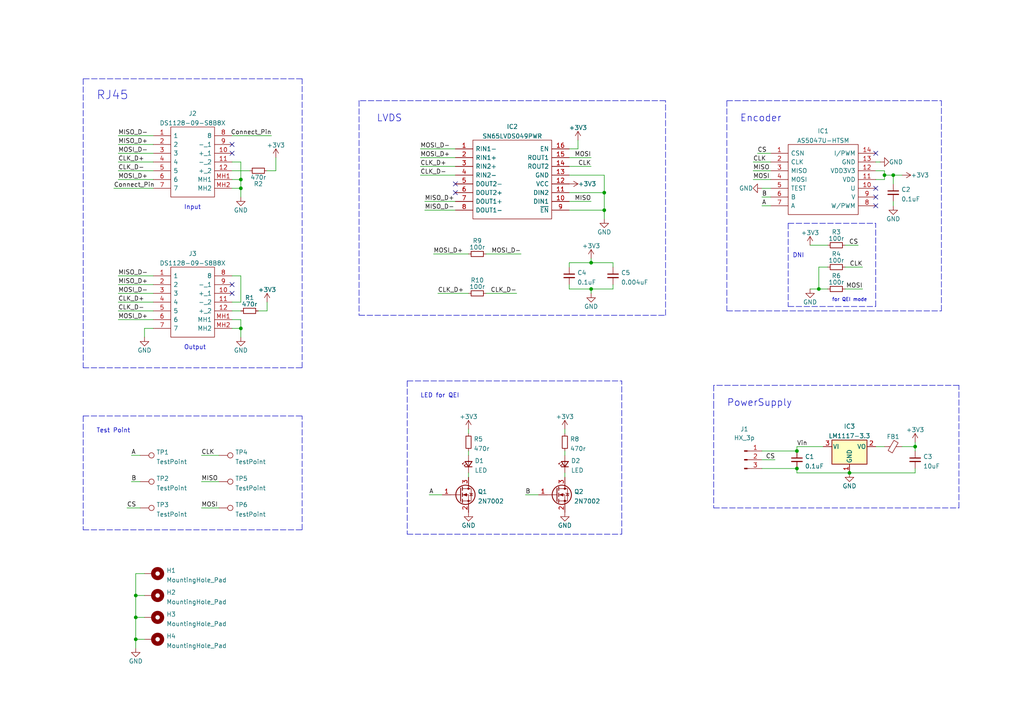
<source format=kicad_sch>
(kicad_sch (version 20211123) (generator eeschema)
  (paper "A4")
  (lib_symbols
    (symbol "2N7002_1" (pin_names hide)
      (property "Reference" "Q" (at 5.08 1.905 0))
      (property "Value" "2N7002_1" (at 5.08 0 0))
      (symbol "2N7002_1_0_1"
        (polyline (pts (xy 0.254 0) (xy -2.54 0)))
        (polyline (pts (xy 0.254 1.905) (xy 0.254 -1.905)) (stroke (width 0.254)))
        (polyline (pts (xy 0.762 -1.27) (xy 0.762 -2.286)) (stroke (width 0.254)))
        (polyline (pts (xy 0.762 0.508) (xy 0.762 -0.508)) (stroke (width 0.254)))
        (polyline (pts (xy 0.762 2.286) (xy 0.762 1.27)) (stroke (width 0.254)))
        (polyline (pts (xy 2.54 2.54) (xy 2.54 1.778)))
        (polyline (pts (xy 2.54 -2.54) (xy 2.54 0) (xy 0.762 0)))
        (polyline (pts (xy 0.762 -1.778) (xy 3.302 -1.778) (xy 3.302 1.778) (xy 0.762 1.778)))
        (polyline (pts (xy 1.016 0) (xy 2.032 0.381) (xy 2.032 -0.381) (xy 1.016 0)) (fill (type outline)))
        (polyline (pts (xy 2.794 0.508) (xy 2.921 0.381) (xy 3.683 0.381) (xy 3.81 0.254)))
        (polyline (pts (xy 3.302 0.381) (xy 2.921 -0.254) (xy 3.683 -0.254) (xy 3.302 0.381)))
        (circle (center 1.651 0) (radius 2.794) (stroke (width 0.254)))
        (circle (center 2.54 -1.778) (radius 0.254) (fill (type outline)))
        (circle (center 2.54 1.778) (radius 0.254) (fill (type outline)))
      )
      (symbol "2N7002_1_1_1"
        (pin input line (at -5.08 0 0) (length 2.54) (name "G") (number "1"))
        (pin passive line (at 2.54 -5.08 90) (length 2.54) (name "S") (number "2"))
        (pin passive line (at 2.54 5.08 270) (length 2.54) (name "D") (number "3"))
      )
    )
    (symbol "AS5047U-HTSM:AS5047U-HTSM" (pin_names (offset 0.762))
      (property "Reference" "IC" (at 26.67 7.62 0))
      (property "Value" "AS5047U-HTSM" (at 26.67 5.08 0))
      (symbol "AS5047U-HTSM_0_0"
        (pin passive line (at 0 0 0) (length 5.08) (name "CSN") (number "1"))
        (pin passive line (at 30.48 -10.16 180) (length 5.08) (name "U") (number "10"))
        (pin passive line (at 30.48 -7.62 180) (length 5.08) (name "VDD") (number "11"))
        (pin passive line (at 30.48 -5.08 180) (length 5.08) (name "VDD3V3") (number "12"))
        (pin passive line (at 30.48 -2.54 180) (length 5.08) (name "GND") (number "13"))
        (pin passive line (at 30.48 0 180) (length 5.08) (name "I/PWM") (number "14"))
        (pin passive line (at 0 -2.54 0) (length 5.08) (name "CLK") (number "2"))
        (pin passive line (at 0 -5.08 0) (length 5.08) (name "MISO") (number "3"))
        (pin passive line (at 0 -7.62 0) (length 5.08) (name "MOSI") (number "4"))
        (pin passive line (at 0 -10.16 0) (length 5.08) (name "TEST") (number "5"))
        (pin passive line (at 0 -12.7 0) (length 5.08) (name "B") (number "6"))
        (pin passive line (at 0 -15.24 0) (length 5.08) (name "A") (number "7"))
        (pin passive line (at 30.48 -15.24 180) (length 5.08) (name "W/PWM") (number "8"))
        (pin passive line (at 30.48 -12.7 180) (length 5.08) (name "V") (number "9"))
      )
      (symbol "AS5047U-HTSM_0_1"
        (polyline (pts (xy 5.08 2.54) (xy 25.4 2.54) (xy 25.4 -17.78) (xy 5.08 -17.78) (xy 5.08 2.54)) (stroke (width 0.1524)))
      )
    )
    (symbol "Connector:Conn_01x03_Male" (pin_names (offset 1.016) hide)
      (property "Reference" "J" (at 0 5.08 0))
      (property "Value" "Conn_01x03_Male" (at 0 -5.08 0))
      (symbol "Conn_01x03_Male_1_1"
        (polyline (pts (xy 1.27 -2.54) (xy 0.8636 -2.54)) (stroke (width 0.1524)))
        (polyline (pts (xy 1.27 0) (xy 0.8636 0)) (stroke (width 0.1524)))
        (polyline (pts (xy 1.27 2.54) (xy 0.8636 2.54)) (stroke (width 0.1524)))
        (rectangle (start 0.8636 -2.413) (end 0 -2.667) (stroke (width 0.1524)) (fill (type outline)))
        (rectangle (start 0.8636 0.127) (end 0 -0.127) (stroke (width 0.1524)) (fill (type outline)))
        (rectangle (start 0.8636 2.667) (end 0 2.413) (stroke (width 0.1524)) (fill (type outline)))
        (pin passive line (at 5.08 2.54 180) (length 3.81) (name "Pin_1") (number "1"))
        (pin passive line (at 5.08 0 180) (length 3.81) (name "Pin_2") (number "2"))
        (pin passive line (at 5.08 -2.54 180) (length 3.81) (name "Pin_3") (number "3"))
      )
    )
    (symbol "Connector:TestPoint" (pin_numbers hide) (pin_names (offset 0.762) hide)
      (property "Reference" "TP" (at 0 6.858 0))
      (property "Value" "TestPoint" (at 0 5.08 0))
      (symbol "TestPoint_0_1"
        (circle (center 0 3.302) (radius 0.762))
      )
      (symbol "TestPoint_1_1"
        (pin passive line (at 0 0 90) (length 2.54) (name "1") (number "1"))
      )
    )
    (symbol "DS1128-09-S8B8X:DS1128-09-S8B8X" (pin_names (offset 0.762))
      (property "Reference" "J" (at 19.05 7.62 0))
      (property "Value" "DS1128-09-S8B8X" (at 19.05 5.08 0))
      (symbol "DS1128-09-S8B8X_0_0"
        (pin passive line (at 0 0 0) (length 5.08) (name "1") (number "1"))
        (pin passive line (at 22.86 -5.08 180) (length 5.08) (name "+_1") (number "10"))
        (pin passive line (at 22.86 -7.62 180) (length 5.08) (name "-_2") (number "11"))
        (pin passive line (at 22.86 -10.16 180) (length 5.08) (name "+_2") (number "12"))
        (pin passive line (at 0 -2.54 0) (length 5.08) (name "2") (number "2"))
        (pin passive line (at 0 -5.08 0) (length 5.08) (name "3") (number "3"))
        (pin passive line (at 0 -7.62 0) (length 5.08) (name "4") (number "4"))
        (pin passive line (at 0 -10.16 0) (length 5.08) (name "5") (number "5"))
        (pin passive line (at 0 -12.7 0) (length 5.08) (name "6") (number "6"))
        (pin passive line (at 0 -15.24 0) (length 5.08) (name "7") (number "7"))
        (pin passive line (at 22.86 0 180) (length 5.08) (name "8") (number "8"))
        (pin passive line (at 22.86 -2.54 180) (length 5.08) (name "-_1") (number "9"))
        (pin passive line (at 22.86 -12.7 180) (length 5.08) (name "MH1") (number "MH1"))
        (pin passive line (at 22.86 -15.24 180) (length 5.08) (name "MH2") (number "MH2"))
      )
      (symbol "DS1128-09-S8B8X_0_1"
        (polyline (pts (xy 5.08 2.54) (xy 17.78 2.54) (xy 17.78 -17.78) (xy 5.08 -17.78) (xy 5.08 2.54)) (stroke (width 0.1524)))
      )
    )
    (symbol "Device:C_Small" (pin_numbers hide) (pin_names (offset 0.254) hide)
      (property "Reference" "C" (at 0.254 1.778 0))
      (property "Value" "C_Small" (at 0.254 -2.032 0))
      (symbol "C_Small_0_1"
        (polyline (pts (xy -1.524 -0.508) (xy 1.524 -0.508)) (stroke (width 0.3302)))
        (polyline (pts (xy -1.524 0.508) (xy 1.524 0.508)) (stroke (width 0.3048)))
      )
      (symbol "C_Small_1_1"
        (pin passive line (at 0 2.54 270) (length 2.032) (name "~") (number "1"))
        (pin passive line (at 0 -2.54 90) (length 2.032) (name "~") (number "2"))
      )
    )
    (symbol "Device:FerriteBead_Small" (pin_numbers hide) (pin_names (offset 0))
      (property "Reference" "FB" (at 1.905 1.27 0))
      (property "Value" "FerriteBead_Small" (at 1.905 -1.27 0))
      (symbol "FerriteBead_Small_0_1"
        (polyline (pts (xy 0 -1.27) (xy 0 -0.7874)))
        (polyline (pts (xy 0 0.889) (xy 0 1.2954)))
        (polyline (pts (xy -1.8288 0.2794) (xy -1.1176 1.4986) (xy 1.8288 -0.2032) (xy 1.1176 -1.4224) (xy -1.8288 0.2794)))
      )
      (symbol "FerriteBead_Small_1_1"
        (pin passive line (at 0 2.54 270) (length 1.27) (name "~") (number "1"))
        (pin passive line (at 0 -2.54 90) (length 1.27) (name "~") (number "2"))
      )
    )
    (symbol "Device:LED_Small" (pin_numbers hide) (pin_names (offset 0.254) hide)
      (property "Reference" "D" (at -1.27 3.175 0))
      (property "Value" "LED_Small" (at -4.445 -2.54 0))
      (symbol "LED_Small_0_1"
        (polyline (pts (xy -0.762 -1.016) (xy -0.762 1.016)) (stroke (width 0.254)))
        (polyline (pts (xy 1.016 0) (xy -0.762 0)))
        (polyline (pts (xy 0.762 -1.016) (xy -0.762 0) (xy 0.762 1.016) (xy 0.762 -1.016)) (stroke (width 0.254)))
        (polyline (pts (xy 0 0.762) (xy -0.508 1.27) (xy -0.254 1.27) (xy -0.508 1.27) (xy -0.508 1.016)))
        (polyline (pts (xy 0.508 1.27) (xy 0 1.778) (xy 0.254 1.778) (xy 0 1.778) (xy 0 1.524)))
      )
      (symbol "LED_Small_1_1"
        (pin passive line (at -2.54 0 0) (length 1.778) (name "K") (number "1"))
        (pin passive line (at 2.54 0 180) (length 1.778) (name "A") (number "2"))
      )
    )
    (symbol "Device:R_Small" (pin_numbers hide) (pin_names (offset 0.254) hide)
      (property "Reference" "R" (at 0.762 0.508 0))
      (property "Value" "R_Small" (at 0.762 -1.016 0))
      (symbol "R_Small_0_1"
        (rectangle (start -0.762 1.778) (end 0.762 -1.778) (stroke (width 0.2032)))
      )
      (symbol "R_Small_1_1"
        (pin passive line (at 0 2.54 270) (length 0.762) (name "~") (number "1"))
        (pin passive line (at 0 -2.54 90) (length 0.762) (name "~") (number "2"))
      )
    )
    (symbol "Mechanical:MountingHole_Pad" (pin_numbers hide) (pin_names (offset 1.016) hide)
      (property "Reference" "H" (at 0 6.35 0))
      (property "Value" "MountingHole_Pad" (at 0 4.445 0))
      (symbol "MountingHole_Pad_0_1"
        (circle (center 0 1.27) (radius 1.27) (stroke (width 1.27)))
      )
      (symbol "MountingHole_Pad_1_1"
        (pin input line (at 0 -2.54 90) (length 2.54) (name "1") (number "1"))
      )
    )
    (symbol "Regulator_Linear:LM1117-3.3" (pin_names (offset 0.254))
      (property "Reference" "U" (at -3.81 3.175 0))
      (property "Value" "LM1117-3.3" (at 0 3.175 0))
      (symbol "LM1117-3.3_0_1"
        (rectangle (start -5.08 -5.08) (end 5.08 1.905) (stroke (width 0.254)) (fill (type background)))
      )
      (symbol "LM1117-3.3_1_1"
        (pin power_in line (at 0 -7.62 90) (length 2.54) (name "GND") (number "1"))
        (pin power_out line (at 7.62 0 180) (length 2.54) (name "VO") (number "2"))
        (pin power_in line (at -7.62 0 0) (length 2.54) (name "VI") (number "3"))
      )
    )
    (symbol "SN65LVDS049PWR:SN65LVDS049PWR" (pin_names (offset 0.762))
      (property "Reference" "IC" (at 29.21 7.62 0))
      (property "Value" "SN65LVDS049PWR" (at 29.21 5.08 0))
      (symbol "SN65LVDS049PWR_0_0"
        (pin input line (at 0 0 0) (length 5.08) (name "RIN1-") (number "1"))
        (pin input line (at 33.02 -15.24 180) (length 5.08) (name "DIN1") (number "10"))
        (pin input line (at 33.02 -12.7 180) (length 5.08) (name "DIN2") (number "11"))
        (pin power_in line (at 33.02 -10.16 180) (length 5.08) (name "VCC") (number "12"))
        (pin power_in line (at 33.02 -7.62 180) (length 5.08) (name "GND") (number "13"))
        (pin output line (at 33.02 -5.08 180) (length 5.08) (name "ROUT2") (number "14"))
        (pin output line (at 33.02 -2.54 180) (length 5.08) (name "ROUT1") (number "15"))
        (pin input line (at 33.02 0 180) (length 5.08) (name "EN") (number "16"))
        (pin input line (at 0 -2.54 0) (length 5.08) (name "RIN1+") (number "2"))
        (pin input line (at 0 -5.08 0) (length 5.08) (name "RIN2+") (number "3"))
        (pin input line (at 0 -7.62 0) (length 5.08) (name "RIN2-") (number "4"))
        (pin output line (at 0 -10.16 0) (length 5.08) (name "DOUT2-") (number "5"))
        (pin output line (at 0 -12.7 0) (length 5.08) (name "DOUT2+") (number "6"))
        (pin output line (at 0 -15.24 0) (length 5.08) (name "DOUT1+") (number "7"))
        (pin output line (at 0 -17.78 0) (length 5.08) (name "DOUT1-") (number "8"))
        (pin input line (at 33.02 -17.78 180) (length 5.08) (name "~{EN}") (number "9"))
      )
      (symbol "SN65LVDS049PWR_0_1"
        (polyline (pts (xy 5.08 2.54) (xy 27.94 2.54) (xy 27.94 -20.32) (xy 5.08 -20.32) (xy 5.08 2.54)) (stroke (width 0.1524)))
      )
    )
    (symbol "Transistor_FET:2N7002" (pin_names hide)
      (property "Reference" "Q" (at 5.08 1.905 0))
      (property "Value" "2N7002" (at 5.08 0 0))
      (symbol "2N7002_0_1"
        (polyline (pts (xy 0.254 0) (xy -2.54 0)))
        (polyline (pts (xy 0.254 1.905) (xy 0.254 -1.905)) (stroke (width 0.254)))
        (polyline (pts (xy 0.762 -1.27) (xy 0.762 -2.286)) (stroke (width 0.254)))
        (polyline (pts (xy 0.762 0.508) (xy 0.762 -0.508)) (stroke (width 0.254)))
        (polyline (pts (xy 0.762 2.286) (xy 0.762 1.27)) (stroke (width 0.254)))
        (polyline (pts (xy 2.54 2.54) (xy 2.54 1.778)))
        (polyline (pts (xy 2.54 -2.54) (xy 2.54 0) (xy 0.762 0)))
        (polyline (pts (xy 0.762 -1.778) (xy 3.302 -1.778) (xy 3.302 1.778) (xy 0.762 1.778)))
        (polyline (pts (xy 1.016 0) (xy 2.032 0.381) (xy 2.032 -0.381) (xy 1.016 0)) (fill (type outline)))
        (polyline (pts (xy 2.794 0.508) (xy 2.921 0.381) (xy 3.683 0.381) (xy 3.81 0.254)))
        (polyline (pts (xy 3.302 0.381) (xy 2.921 -0.254) (xy 3.683 -0.254) (xy 3.302 0.381)))
        (circle (center 1.651 0) (radius 2.794) (stroke (width 0.254)))
        (circle (center 2.54 -1.778) (radius 0.254) (fill (type outline)))
        (circle (center 2.54 1.778) (radius 0.254) (fill (type outline)))
      )
      (symbol "2N7002_1_1"
        (pin input line (at -5.08 0 0) (length 2.54) (name "G") (number "1"))
        (pin passive line (at 2.54 -5.08 90) (length 2.54) (name "S") (number "2"))
        (pin passive line (at 2.54 5.08 270) (length 2.54) (name "D") (number "3"))
      )
    )
    (symbol "power:+3.3V" (power) (pin_names (offset 0))
      (property "Value" "+3.3V" (at 0 3.556 0))
      (symbol "+3.3V_0_1"
        (polyline (pts (xy -0.762 1.27) (xy 0 2.54)))
        (polyline (pts (xy 0 0) (xy 0 2.54)))
        (polyline (pts (xy 0 2.54) (xy 0.762 1.27)))
      )
      (symbol "+3.3V_1_1"
        (pin power_in line (at 0 0 90) (length 0) hide (name "+3V3") (number "1"))
      )
    )
    (symbol "power:GND" (power) (pin_names (offset 0))
      (property "Value" "GND" (at 0 -3.81 0))
      (symbol "GND_0_1"
        (polyline (pts (xy 0 0) (xy 0 -1.27) (xy 1.27 -1.27) (xy 0 -2.54) (xy -1.27 -1.27) (xy 0 -1.27)))
      )
      (symbol "GND_1_1"
        (pin power_in line (at 0 0 270) (length 0) hide (name "GND") (number "1"))
      )
    )
  )
  (junction (at 231.14 135.89))
  (junction (at 265.43 129.54))
  (junction (at 39.37 185.42))
  (junction (at 69.85 54.61))
  (junction (at 237.49 83.82))
  (junction (at 259.08 50.8))
  (junction (at 256.54 50.8))
  (junction (at 171.45 83.82))
  (junction (at 39.37 172.72))
  (junction (at 171.45 76.2))
  (junction (at 69.85 52.07))
  (junction (at 175.26 60.96))
  (junction (at 246.38 137.16))
  (junction (at 69.85 95.25))
  (junction (at 231.14 130.81))
  (junction (at 39.37 179.07))
  (junction (at 175.26 55.88))
  (no_connect (at 67.31 44.45))
  (no_connect (at 67.31 41.91))
  (no_connect (at 132.08 53.34))
  (no_connect (at 132.08 55.88))
  (no_connect (at 254 44.45))
  (no_connect (at 254 59.69))
  (no_connect (at 254 57.15))
  (no_connect (at 254 54.61))
  (no_connect (at 67.31 82.55))
  (no_connect (at 67.31 85.09))
  (wire (pts (xy 33.02 54.61) (xy 44.45 54.61)))
  (wire (pts (xy 165.1 45.72) (xy 171.45 45.72)))
  (wire (pts (xy 220.98 54.61) (xy 223.52 54.61)))
  (polyline (pts (xy 180.34 154.94) (xy 180.34 110.49)))
  (polyline (pts (xy 24.13 120.65) (xy 87.63 120.65)))
  (polyline (pts (xy 228.6 64.77) (xy 228.6 88.9)))
  (polyline (pts (xy 207.01 147.32) (xy 278.13 147.32)))
  (wire (pts (xy 265.43 129.54) (xy 265.43 130.81)))
  (wire (pts (xy 220.98 57.15) (xy 223.52 57.15)))
  (wire (pts (xy 248.92 71.12) (xy 245.11 71.12)))
  (wire (pts (xy 80.01 45.72) (xy 80.01 49.53)))
  (wire (pts (xy 67.31 80.01) (xy 69.85 80.01)))
  (wire (pts (xy 259.08 59.69) (xy 259.08 58.42)))
  (polyline (pts (xy 193.04 29.21) (xy 104.14 29.21)))
  (wire (pts (xy 220.98 59.69) (xy 223.52 59.69)))
  (polyline (pts (xy 273.05 90.17) (xy 273.05 29.21)))
  (polyline (pts (xy 87.63 22.86) (xy 24.13 22.86)))
  (wire (pts (xy 163.83 137.16) (xy 163.83 138.43)))
  (wire (pts (xy 38.1 139.7) (xy 40.64 139.7)))
  (polyline (pts (xy 193.04 91.44) (xy 193.04 29.21)))
  (wire (pts (xy 255.27 46.99) (xy 254 46.99)))
  (wire (pts (xy 135.89 130.81) (xy 135.89 132.08)))
  (wire (pts (xy 34.29 39.37) (xy 44.45 39.37)))
  (wire (pts (xy 121.92 50.8) (xy 132.08 50.8)))
  (wire (pts (xy 67.31 49.53) (xy 72.39 49.53)))
  (polyline (pts (xy 207.01 116.84) (xy 207.01 147.32)))
  (polyline (pts (xy 278.13 147.32) (xy 278.13 111.76)))
  (wire (pts (xy 165.1 48.26) (xy 171.45 48.26)))
  (wire (pts (xy 44.45 95.25) (xy 41.91 95.25)))
  (wire (pts (xy 34.29 92.71) (xy 44.45 92.71)))
  (wire (pts (xy 237.49 77.47) (xy 237.49 83.82)))
  (wire (pts (xy 74.93 90.17) (xy 77.47 90.17)))
  (wire (pts (xy 121.92 48.26) (xy 132.08 48.26)))
  (wire (pts (xy 237.49 83.82) (xy 234.95 83.82)))
  (wire (pts (xy 265.43 128.27) (xy 265.43 129.54)))
  (wire (pts (xy 163.83 130.81) (xy 163.83 132.08)))
  (wire (pts (xy 123.19 58.42) (xy 132.08 58.42)))
  (wire (pts (xy 261.62 129.54) (xy 265.43 129.54)))
  (wire (pts (xy 34.29 82.55) (xy 44.45 82.55)))
  (wire (pts (xy 256.54 50.8) (xy 259.08 50.8)))
  (wire (pts (xy 39.37 172.72) (xy 41.91 172.72)))
  (wire (pts (xy 34.29 44.45) (xy 44.45 44.45)))
  (polyline (pts (xy 118.11 110.49) (xy 180.34 110.49)))
  (polyline (pts (xy 210.82 90.17) (xy 273.05 90.17)))
  (wire (pts (xy 39.37 185.42) (xy 39.37 187.96)))
  (wire (pts (xy 218.44 52.07) (xy 223.52 52.07)))
  (wire (pts (xy 38.1 132.08) (xy 40.64 132.08)))
  (wire (pts (xy 67.31 39.37) (xy 78.74 39.37)))
  (wire (pts (xy 77.47 49.53) (xy 80.01 49.53)))
  (wire (pts (xy 175.26 60.96) (xy 175.26 55.88)))
  (wire (pts (xy 135.89 124.46) (xy 135.89 125.73)))
  (polyline (pts (xy 228.6 64.77) (xy 254 64.77)))
  (wire (pts (xy 171.45 74.93) (xy 171.45 76.2)))
  (wire (pts (xy 165.1 82.55) (xy 165.1 83.82)))
  (wire (pts (xy 34.29 52.07) (xy 44.45 52.07)))
  (wire (pts (xy 67.31 90.17) (xy 69.85 90.17)))
  (wire (pts (xy 256.54 50.8) (xy 256.54 52.07)))
  (wire (pts (xy 165.1 58.42) (xy 171.45 58.42)))
  (wire (pts (xy 240.03 77.47) (xy 237.49 77.47)))
  (wire (pts (xy 245.11 77.47) (xy 250.19 77.47)))
  (wire (pts (xy 254 129.54) (xy 256.54 129.54)))
  (wire (pts (xy 218.44 46.99) (xy 223.52 46.99)))
  (wire (pts (xy 238.76 129.54) (xy 231.14 129.54)))
  (wire (pts (xy 67.31 54.61) (xy 69.85 54.61)))
  (wire (pts (xy 34.29 87.63) (xy 44.45 87.63)))
  (wire (pts (xy 165.1 83.82) (xy 171.45 83.82)))
  (wire (pts (xy 34.29 80.01) (xy 44.45 80.01)))
  (wire (pts (xy 34.29 85.09) (xy 44.45 85.09)))
  (wire (pts (xy 165.1 76.2) (xy 171.45 76.2)))
  (wire (pts (xy 177.8 83.82) (xy 177.8 82.55)))
  (polyline (pts (xy 278.13 111.76) (xy 207.01 111.76)))
  (polyline (pts (xy 87.63 153.67) (xy 87.63 120.65)))
  (wire (pts (xy 135.89 137.16) (xy 135.89 138.43)))
  (polyline (pts (xy 24.13 106.68) (xy 87.63 106.68)))
  (polyline (pts (xy 210.82 29.21) (xy 273.05 29.21)))
  (wire (pts (xy 167.64 43.18) (xy 165.1 43.18)))
  (wire (pts (xy 34.29 90.17) (xy 44.45 90.17)))
  (wire (pts (xy 175.26 50.8) (xy 175.26 55.88)))
  (wire (pts (xy 265.43 135.89) (xy 265.43 137.16)))
  (polyline (pts (xy 24.13 153.67) (xy 87.63 153.67)))
  (wire (pts (xy 121.92 45.72) (xy 132.08 45.72)))
  (wire (pts (xy 254 49.53) (xy 256.54 49.53)))
  (wire (pts (xy 171.45 83.82) (xy 177.8 83.82)))
  (polyline (pts (xy 210.82 29.21) (xy 210.82 90.17)))
  (wire (pts (xy 39.37 185.42) (xy 41.91 185.42)))
  (wire (pts (xy 39.37 172.72) (xy 39.37 179.07)))
  (wire (pts (xy 69.85 54.61) (xy 69.85 57.15)))
  (wire (pts (xy 165.1 60.96) (xy 175.26 60.96)))
  (wire (pts (xy 67.31 95.25) (xy 69.85 95.25)))
  (wire (pts (xy 167.64 40.64) (xy 167.64 43.18)))
  (wire (pts (xy 121.92 43.18) (xy 132.08 43.18)))
  (wire (pts (xy 36.83 147.32) (xy 40.64 147.32)))
  (wire (pts (xy 171.45 76.2) (xy 177.8 76.2)))
  (wire (pts (xy 265.43 137.16) (xy 246.38 137.16)))
  (wire (pts (xy 39.37 166.37) (xy 39.37 172.72)))
  (wire (pts (xy 231.14 135.89) (xy 231.14 137.16)))
  (wire (pts (xy 175.26 63.5) (xy 175.26 60.96)))
  (polyline (pts (xy 24.13 22.86) (xy 24.13 106.68)))
  (wire (pts (xy 34.29 41.91) (xy 44.45 41.91)))
  (wire (pts (xy 125.73 73.66) (xy 135.89 73.66)))
  (wire (pts (xy 171.45 83.82) (xy 171.45 85.09)))
  (polyline (pts (xy 118.11 110.49) (xy 118.11 154.94)))
  (wire (pts (xy 58.42 132.08) (xy 63.5 132.08)))
  (polyline (pts (xy 87.63 106.68) (xy 87.63 22.86)))
  (wire (pts (xy 39.37 179.07) (xy 39.37 185.42)))
  (wire (pts (xy 219.71 44.45) (xy 223.52 44.45)))
  (wire (pts (xy 34.29 49.53) (xy 44.45 49.53)))
  (wire (pts (xy 218.44 49.53) (xy 223.52 49.53)))
  (wire (pts (xy 58.42 139.7) (xy 63.5 139.7)))
  (wire (pts (xy 220.98 135.89) (xy 231.14 135.89)))
  (wire (pts (xy 123.19 60.96) (xy 132.08 60.96)))
  (wire (pts (xy 240.03 83.82) (xy 237.49 83.82)))
  (wire (pts (xy 165.1 50.8) (xy 175.26 50.8)))
  (polyline (pts (xy 24.13 120.65) (xy 24.13 153.67)))
  (wire (pts (xy 234.95 71.12) (xy 240.03 71.12)))
  (wire (pts (xy 140.97 85.09) (xy 149.86 85.09)))
  (wire (pts (xy 256.54 49.53) (xy 256.54 50.8)))
  (wire (pts (xy 165.1 77.47) (xy 165.1 76.2)))
  (wire (pts (xy 69.85 87.63) (xy 67.31 87.63)))
  (wire (pts (xy 231.14 129.54) (xy 231.14 130.81)))
  (wire (pts (xy 58.42 147.32) (xy 63.5 147.32)))
  (wire (pts (xy 245.11 83.82) (xy 250.19 83.82)))
  (wire (pts (xy 220.98 133.35) (xy 224.79 133.35)))
  (wire (pts (xy 69.85 95.25) (xy 69.85 97.79)))
  (wire (pts (xy 77.47 87.63) (xy 77.47 90.17)))
  (wire (pts (xy 152.4 143.51) (xy 156.21 143.51)))
  (wire (pts (xy 220.98 130.81) (xy 231.14 130.81)))
  (wire (pts (xy 67.31 46.99) (xy 69.85 46.99)))
  (wire (pts (xy 127 85.09) (xy 135.89 85.09)))
  (wire (pts (xy 41.91 95.25) (xy 41.91 97.79)))
  (wire (pts (xy 175.26 55.88) (xy 165.1 55.88)))
  (wire (pts (xy 259.08 50.8) (xy 259.08 53.34)))
  (polyline (pts (xy 104.14 29.21) (xy 104.14 91.44)))
  (polyline (pts (xy 254 88.9) (xy 254 64.77)))
  (wire (pts (xy 69.85 80.01) (xy 69.85 87.63)))
  (wire (pts (xy 140.97 73.66) (xy 151.13 73.66)))
  (wire (pts (xy 67.31 92.71) (xy 69.85 92.71)))
  (wire (pts (xy 67.31 52.07) (xy 69.85 52.07)))
  (wire (pts (xy 69.85 46.99) (xy 69.85 52.07)))
  (wire (pts (xy 34.29 46.99) (xy 44.45 46.99)))
  (polyline (pts (xy 228.6 88.9) (xy 254 88.9)))
  (polyline (pts (xy 118.11 154.94) (xy 180.34 154.94)))
  (polyline (pts (xy 104.14 91.44) (xy 193.04 91.44)))
  (polyline (pts (xy 104.14 29.21) (xy 104.14 29.21)))
  (polyline (pts (xy 207.01 111.76) (xy 207.01 116.84)))
  (wire (pts (xy 69.85 92.71) (xy 69.85 95.25)))
  (wire (pts (xy 259.08 50.8) (xy 261.62 50.8)))
  (wire (pts (xy 177.8 76.2) (xy 177.8 77.47)))
  (wire (pts (xy 39.37 179.07) (xy 41.91 179.07)))
  (wire (pts (xy 231.14 137.16) (xy 246.38 137.16)))
  (wire (pts (xy 124.46 143.51) (xy 128.27 143.51)))
  (wire (pts (xy 41.91 166.37) (xy 39.37 166.37)))
  (wire (pts (xy 69.85 52.07) (xy 69.85 54.61)))
  (wire (pts (xy 256.54 52.07) (xy 254 52.07)))
  (wire (pts (xy 163.83 124.46) (xy 163.83 125.73)))
  (polyline (pts (xy 24.13 22.86) (xy 24.13 22.86)))
  (text "LED for QEI" (at 121.92 115.57 0) (effects (font (size 1.27 1.27)) (justify left bottom)))
  (text "Output" (at 53.34 101.6 0) (effects (font (size 1.27 1.27)) (justify left bottom)))
  (text "Test Point" (at 27.94 125.73 0) (effects (font (size 1.27 1.27)) (justify left bottom)))
  (text "Encoder" (at 214.63 35.56 0) (effects (font (size 2 2)) (justify left bottom)))
  (text "RJ45" (at 27.94 29.21 0) (effects (font (size 2.5 2.5)) (justify left bottom)))
  (text "Input" (at 53.34 60.96 0) (effects (font (size 1.27 1.27)) (justify left bottom)))
  (text "LVDS" (at 109.22 35.56 0) (effects (font (size 2 2)) (justify left bottom)))
  (text "PowerSupply" (at 210.82 118.11 0) (effects (font (size 2 2)) (justify left bottom)))
  (text "DNI" (at 229.87 74.93 0) (effects (font (size 1.27 1.27)) (justify left bottom)))
  (text "for QEI mode" (at 241.3 87.63 0) (effects (font (size 1 1)) (justify left bottom)))
  (label "MISO_D+" (at 34.29 41.91 0))
  (label "CLK_D+" (at 121.92 48.26 0))
  (label "MISO_D+" (at 34.29 82.55 0))
  (label "MOSI_D-" (at 34.29 44.45 0))
  (label "CLK_D+" (at 127 85.09 0))
  (label "MOSI" (at 218.44 52.07 0))
  (label "CLK_D-" (at 149.86 85.09 180))
  (label "Vin" (at 231.14 129.54 0))
  (label "CLK" (at 250.19 77.47 180))
  (label "MOSI_D-" (at 34.29 85.09 0))
  (label "Connect_Pin" (at 78.74 39.37 180))
  (label "B" (at 38.1 139.7 0))
  (label "MOSI_D-" (at 151.13 73.66 180))
  (label "B" (at 220.98 57.15 0))
  (label "CLK_D+" (at 34.29 87.63 0))
  (label "CLK" (at 171.45 48.26 180))
  (label "MISO_D-" (at 34.29 80.01 0))
  (label "MISO_D+" (at 123.19 58.42 0))
  (label "CLK_D-" (at 34.29 90.17 0))
  (label "MOSI" (at 171.45 45.72 180))
  (label "MISO" (at 218.44 49.53 0))
  (label "CS" (at 219.71 44.45 0))
  (label "MISO_D-" (at 34.29 39.37 0))
  (label "MOSI_D+" (at 121.92 45.72 0))
  (label "CS" (at 248.92 71.12 180))
  (label "B" (at 152.4 143.51 0))
  (label "CLK_D-" (at 121.92 50.8 0))
  (label "A" (at 220.98 59.69 0))
  (label "CLK" (at 218.44 46.99 0))
  (label "MOSI" (at 250.19 83.82 180))
  (label "CS" (at 224.79 133.35 180))
  (label "A" (at 38.1 132.08 0))
  (label "MOSI" (at 58.42 147.32 0))
  (label "A" (at 124.46 143.51 0))
  (label "MOSI_D-" (at 121.92 43.18 0))
  (label "CLK" (at 58.42 132.08 0))
  (label "MISO" (at 171.45 58.42 180))
  (label "CLK_D+" (at 34.29 46.99 0))
  (label "Connect_Pin" (at 33.02 54.61 0))
  (label "MOSI_D+" (at 34.29 52.07 0))
  (label "MISO" (at 58.42 139.7 0))
  (label "MOSI_D+" (at 34.29 92.71 0))
  (label "MISO_D-" (at 123.19 60.96 0))
  (label "CLK_D-" (at 34.29 49.53 0))
  (label "CS" (at 36.83 147.32 0))
  (label "MOSI_D+" (at 125.73 73.66 0))
  (symbol (lib_name "2N7002_1") (lib_id "Transistor_FET:2N7002") (at 133.35 143.51 0) (unit 1)
    (property "Reference" "Q1" (at 138.557 142.6015 0) (effects (justify left)))
    (property "Value" "2N7002" (at 138.557 145.3766 0) (effects (justify left)))
    (property "Footprint" "Package_TO_SOT_SMD:SOT-23_Handsoldering" (effects hide))
    (property "Datasheet" "https://www.onsemi.com/pub/Collateral/NDS7002A-D.PDF" (effects hide))
  )
  (symbol (lib_id "Device:C_Small") (at 259.08 55.88 0) (unit 1)
    (property "Reference" "C2" (at 261.4041 54.9778 0) (effects (justify left)))
    (property "Value" "0.1uF" (at 261.4041 57.7529 0) (effects (justify left)))
    (property "Footprint" "Capacitor_SMD:C_0603_1608Metric_Pad1.08x0.95mm_HandSolder" (effects hide))
  )
  (symbol (lib_id "power:+3.3V") (at 163.83 124.46 0) (unit 1)
    (property "Reference" "#PWR021" (effects hide))
    (property "Value" "+3.3V" (at 163.83 120.8555 0))
  )
  (symbol (lib_id "Device:LED_Small") (at 135.89 134.62 90) (unit 1)
    (property "Reference" "D1" (at 137.668 133.648 90) (effects (justify right)))
    (property "Value" "LED" (at 137.668 136.4231 90) (effects (justify right)))
    (property "Footprint" "LED_SMD:LED_0603_1608Metric_Pad1.05x0.95mm_HandSolder" (effects hide))
  )
  (symbol (lib_id "Device:R_Small") (at 242.57 83.82 90) (unit 1)
    (property "Reference" "R6" (at 242.57 80.01 90))
    (property "Value" "100r" (at 242.57 81.892 90))
    (property "Footprint" "Resistor_SMD:R_0603_1608Metric_Pad0.98x0.95mm_HandSolder" (effects hide))
  )
  (symbol (lib_id "Connector:TestPoint") (at 63.5 132.08 270) (unit 1)
    (property "Reference" "TP4" (at 68.199 131.1715 90) (effects (justify left)))
    (property "Value" "TestPoint" (at 68.199 133.9466 90) (effects (justify left)))
    (property "Footprint" "TestPoint:TestPoint_Pad_D1.5mm" (effects hide))
  )
  (symbol (lib_id "Connector:TestPoint") (at 63.5 139.7 270) (unit 1)
    (property "Reference" "TP5" (at 68.199 138.7915 90) (effects (justify left)))
    (property "Value" "TestPoint" (at 68.199 141.5666 90) (effects (justify left)))
    (property "Footprint" "TestPoint:TestPoint_Pad_D1.5mm" (effects hide))
  )
  (symbol (lib_id "power:+3.3V") (at 265.43 128.27 0) (unit 1)
    (property "Reference" "#PWR05" (effects hide))
    (property "Value" "+3.3V" (at 265.43 124.6655 0))
  )
  (symbol (lib_id "power:GND") (at 69.85 97.79 0) (unit 1)
    (property "Reference" "#PWR013" (effects hide))
    (property "Value" "GND" (at 69.85 101.6 0))
  )
  (symbol (lib_id "power:GND") (at 246.38 137.16 0) (unit 1)
    (property "Reference" "#PWR017" (effects hide))
    (property "Value" "GND" (at 246.38 140.97 0))
  )
  (symbol (lib_id "power:GND") (at 255.27 46.99 90) (unit 1)
    (property "Reference" "#PWR02" (effects hide))
    (property "Value" "GND" (at 257.81 46.99 90) (effects (justify right)))
  )
  (symbol (lib_id "Regulator_Linear:LM1117-3.3") (at 246.38 129.54 0) (unit 1)
    (property "Reference" "IC3" (at 246.38 123.6685 0))
    (property "Value" "LM1117-3.3" (at 246.38 126.4436 0))
    (property "Footprint" "Package_TO_SOT_SMD:SOT-223-3_TabPin2" (effects hide))
    (property "Datasheet" "http://www.ti.com/lit/ds/symlink/lm1117.pdf" (effects hide))
  )
  (symbol (lib_id "Transistor_FET:2N7002") (at 161.29 143.51 0) (unit 1)
    (property "Reference" "Q2" (at 166.497 142.6015 0) (effects (justify left)))
    (property "Value" "2N7002" (at 166.497 145.3766 0) (effects (justify left)))
    (property "Footprint" "Package_TO_SOT_SMD:SOT-23_Handsoldering" (effects hide))
    (property "Datasheet" "https://www.onsemi.com/pub/Collateral/NDS7002A-D.PDF" (effects hide))
  )
  (symbol (lib_id "Connector:Conn_01x03_Male") (at 215.9 133.35 0) (unit 1)
    (property "Reference" "J1" (at 215.9 124.46 0))
    (property "Value" "HX_3p" (at 215.9 127 0))
    (property "Footprint" "Connector_JST:JST_XH_B3B-XH-A_1x03_P2.50mm_Vertical" (effects hide))
  )
  (symbol (lib_id "power:GND") (at 175.26 63.5 0) (unit 1)
    (property "Reference" "#PWR010" (effects hide))
    (property "Value" "GND" (at 175.26 67.31 0))
  )
  (symbol (lib_id "AS5047U-HTSM:AS5047U-HTSM") (at 223.52 44.45 0) (unit 1)
    (property "Reference" "IC1" (at 238.76 37.9943 0))
    (property "Value" "AS5047U-HTSM" (at 238.76 40.7694 0))
    (property "Footprint" "library:SOP65P640X120-14N" (effects hide))
    (property "Datasheet" "https://datasheet.datasheetarchive.com/originals/distributors/Datasheets_SAMA/c3ef85baf5c65a55d97fe066bf0af3b0.pdf" (effects hide))
    (property "Description" "AMS AS5047U-HTSM TSSOP14 LF T&RDP" (effects hide))
    (property "Height" "1.2" (effects hide))
    (property "Manufacturer_Name" "ams" (effects hide))
    (property "Manufacturer_Part_Number" "AS5047U-HTSM" (effects hide))
    (property "Mouser Part Number" "985-AS5047U-HTSM" (effects hide))
    (property "Mouser Price/Stock" "https://www.mouser.co.uk/ProductDetail/ams/AS5047U-HTSM?qs=byeeYqUIh0NGoikretscuw%3D%3D" (effects hide))
    (property "Arrow Part Number" "AS5047U-HTSM" (effects hide))
    (property "Arrow Price/Stock" "https://www.arrow.com/en/products/as5047u-htsm/ams-ag?region=nac" (effects hide))
  )
  (symbol (lib_id "Mechanical:MountingHole_Pad") (at 44.45 172.72 270) (unit 1)
    (property "Reference" "H2" (at 48.26 171.8115 90) (effects (justify left)))
    (property "Value" "MountingHole_Pad" (at 48.26 174.5866 90) (effects (justify left)))
    (property "Footprint" "MountingHole:MountingHole_3.2mm_M3_Pad_Via" (effects hide))
  )
  (symbol (lib_id "Device:R_Small") (at 138.43 85.09 90) (unit 1)
    (property "Reference" "R10" (at 138.43 81.28 90))
    (property "Value" "100r" (at 138.43 83.162 90))
    (property "Footprint" "Resistor_SMD:R_0603_1608Metric_Pad0.98x0.95mm_HandSolder" (effects hide))
  )
  (symbol (lib_id "power:+3.3V") (at 165.1 53.34 270) (unit 1)
    (property "Reference" "#PWR08" (effects hide))
    (property "Value" "+3.3V" (at 167.64 53.34 90) (effects (justify left)))
  )
  (symbol (lib_id "Connector:TestPoint") (at 40.64 132.08 270) (unit 1)
    (property "Reference" "TP1" (at 45.339 131.1715 90) (effects (justify left)))
    (property "Value" "TestPoint" (at 45.339 133.9466 90) (effects (justify left)))
    (property "Footprint" "TestPoint:TestPoint_Pad_D1.5mm" (effects hide))
  )
  (symbol (lib_id "power:+3.3V") (at 261.62 50.8 270) (unit 1)
    (property "Reference" "#PWR04" (effects hide))
    (property "Value" "+3.3V" (at 264.16 50.8 90) (effects (justify left)))
  )
  (symbol (lib_id "power:GND") (at 163.83 148.59 0) (unit 1)
    (property "Reference" "#PWR022" (effects hide))
    (property "Value" "GND" (at 163.83 152.4 0))
  )
  (symbol (lib_id "power:GND") (at 171.45 85.09 0) (unit 1)
    (property "Reference" "#PWR07" (effects hide))
    (property "Value" "GND" (at 171.45 88.9 0))
  )
  (symbol (lib_id "power:+3.3V") (at 80.01 45.72 0) (unit 1)
    (property "Reference" "#PWR015" (effects hide))
    (property "Value" "+3.3V" (at 80.01 42.1155 0))
  )
  (symbol (lib_id "power:GND") (at 69.85 57.15 0) (unit 1)
    (property "Reference" "#PWR012" (effects hide))
    (property "Value" "GND" (at 69.85 60.96 0))
  )
  (symbol (lib_id "power:GND") (at 41.91 97.79 0) (unit 1)
    (property "Reference" "#PWR011" (effects hide))
    (property "Value" "GND" (at 41.91 101.6 0))
  )
  (symbol (lib_id "Device:C_Small") (at 165.1 80.01 0) (unit 1)
    (property "Reference" "C4" (at 167.4241 79.1078 0) (effects (justify left)))
    (property "Value" "0.1uF" (at 167.4241 81.8829 0) (effects (justify left)))
    (property "Footprint" "Capacitor_SMD:C_0603_1608Metric_Pad1.08x0.95mm_HandSolder" (effects hide))
  )
  (symbol (lib_id "power:+3.3V") (at 234.95 71.12 0) (unit 1)
    (property "Reference" "#PWR018" (effects hide))
    (property "Value" "+3.3V" (at 234.95 67.5155 0))
  )
  (symbol (lib_id "power:+3.3V") (at 135.89 124.46 0) (unit 1)
    (property "Reference" "#PWR019" (effects hide))
    (property "Value" "+3.3V" (at 135.89 120.8555 0))
  )
  (symbol (lib_id "SN65LVDS049PWR:SN65LVDS049PWR") (at 132.08 43.18 0) (unit 1)
    (property "Reference" "IC2" (at 148.59 36.7243 0))
    (property "Value" "SN65LVDS049PWR" (at 148.59 39.4994 0))
    (property "Footprint" "library:SOP65P640X120-16N" (effects hide))
    (property "Datasheet" "http://www.ti.com/lit/gpn/sn65lvds049" (effects hide))
    (property "Description" "400 Mbps LVDS Dual High-Speed Differential Transceiver" (effects hide))
    (property "Height" "1.2" (effects hide))
    (property "Manufacturer_Name" "Texas Instruments" (effects hide))
    (property "Manufacturer_Part_Number" "SN65LVDS049PWR" (effects hide))
    (property "Mouser Part Number" "595-SN65LVDS049PWR" (effects hide))
    (property "Mouser Price/Stock" "https://www.mouser.co.uk/ProductDetail/Texas-Instruments/SN65LVDS049PWR?qs=QViXGNcIEAuARSrNXslcAw%3D%3D" (effects hide))
    (property "Arrow Part Number" "SN65LVDS049PWR" (effects hide))
    (property "Arrow Price/Stock" "https://www.arrow.com/en/products/sn65lvds049pwr/texas-instruments" (effects hide))
  )
  (symbol (lib_id "DS1128-09-S8B8X:DS1128-09-S8B8X") (at 44.45 39.37 0) (unit 1)
    (property "Reference" "J2" (at 55.88 32.9143 0))
    (property "Value" "DS1128-09-S8B8X" (at 55.88 35.6894 0))
    (property "Footprint" "library:DS112809S8B8X" (effects hide))
    (property "Description" "Ethernet Connectors/Modular Connectors (RJ45 RJ11) Plugin RoHS" (effects hide))
    (property "Height" "13.25" (effects hide))
    (property "Manufacturer_Name" "CONNFLY Elec" (effects hide))
    (property "Manufacturer_Part_Number" "DS1128-09-S8B8X" (effects hide))
  )
  (symbol (lib_id "Mechanical:MountingHole_Pad") (at 44.45 179.07 270) (unit 1)
    (property "Reference" "H3" (at 48.26 178.1615 90) (effects (justify left)))
    (property "Value" "MountingHole_Pad" (at 48.26 180.9366 90) (effects (justify left)))
    (property "Footprint" "MountingHole:MountingHole_3.2mm_M3_Pad_Via" (effects hide))
  )
  (symbol (lib_id "Mechanical:MountingHole_Pad") (at 44.45 185.42 270) (unit 1)
    (property "Reference" "H4" (at 48.26 184.5115 90) (effects (justify left)))
    (property "Value" "MountingHole_Pad" (at 48.26 187.2866 90) (effects (justify left)))
    (property "Footprint" "MountingHole:MountingHole_3.2mm_M3_Pad_Via" (effects hide))
  )
  (symbol (lib_id "Device:R_Small") (at 138.43 73.66 90) (unit 1)
    (property "Reference" "R9" (at 138.43 69.85 90))
    (property "Value" "100r" (at 138.43 71.732 90))
    (property "Footprint" "Resistor_SMD:R_0603_1608Metric_Pad0.98x0.95mm_HandSolder" (effects hide))
  )
  (symbol (lib_id "Device:C_Small") (at 231.14 133.35 0) (unit 1)
    (property "Reference" "C1" (at 233.4641 132.4478 0) (effects (justify left)))
    (property "Value" "0.1uF" (at 233.4641 135.2229 0) (effects (justify left)))
    (property "Footprint" "Capacitor_SMD:C_0603_1608Metric_Pad1.08x0.95mm_HandSolder" (effects hide))
  )
  (symbol (lib_id "Connector:TestPoint") (at 40.64 139.7 270) (unit 1)
    (property "Reference" "TP2" (at 45.339 138.7915 90) (effects (justify left)))
    (property "Value" "TestPoint" (at 45.339 141.5666 90) (effects (justify left)))
    (property "Footprint" "TestPoint:TestPoint_Pad_D1.5mm" (effects hide))
  )
  (symbol (lib_id "Device:FerriteBead_Small") (at 259.08 129.54 90) (unit 1)
    (property "Reference" "FB1" (at 259.0419 126.6467 90))
    (property "Value" "FerriteBead_Small" (effects hide))
    (property "Footprint" "Inductor_SMD:L_0603_1608Metric_Pad1.05x0.95mm_HandSolder" (effects hide))
  )
  (symbol (lib_id "Connector:TestPoint") (at 63.5 147.32 270) (unit 1)
    (property "Reference" "TP6" (at 68.199 146.4115 90) (effects (justify left)))
    (property "Value" "TestPoint" (at 68.199 149.1866 90) (effects (justify left)))
    (property "Footprint" "TestPoint:TestPoint_Pad_D1.5mm" (effects hide))
  )
  (symbol (lib_id "Device:C_Small") (at 177.8 80.01 0) (unit 1)
    (property "Reference" "C5" (at 180.1241 79.1078 0) (effects (justify left)))
    (property "Value" "0.004uF" (at 180.1241 81.8829 0) (effects (justify left)))
    (property "Footprint" "Capacitor_SMD:C_0603_1608Metric_Pad1.08x0.95mm_HandSolder" (effects hide))
  )
  (symbol (lib_id "power:+3.3V") (at 171.45 74.93 0) (unit 1)
    (property "Reference" "#PWR06" (effects hide))
    (property "Value" "+3.3V" (at 171.45 71.3255 0))
  )
  (symbol (lib_id "power:+3.3V") (at 167.64 40.64 0) (unit 1)
    (property "Reference" "#PWR09" (effects hide))
    (property "Value" "+3.3V" (at 167.64 37.0355 0))
  )
  (symbol (lib_id "Device:R_Small") (at 163.83 128.27 0) (unit 1)
    (property "Reference" "R8" (at 165.3286 127.3615 0) (effects (justify left)))
    (property "Value" "470r" (at 165.3286 130.1366 0) (effects (justify left)))
    (property "Footprint" "Resistor_SMD:R_0603_1608Metric_Pad0.98x0.95mm_HandSolder" (effects hide))
  )
  (symbol (lib_id "Mechanical:MountingHole_Pad") (at 44.45 166.37 270) (unit 1)
    (property "Reference" "H1" (at 48.26 165.4615 90) (effects (justify left)))
    (property "Value" "MountingHole_Pad" (at 48.26 168.2366 90) (effects (justify left)))
    (property "Footprint" "MountingHole:MountingHole_3.2mm_M3_Pad_Via" (effects hide))
  )
  (symbol (lib_id "Device:R_Small") (at 242.57 77.47 90) (unit 1)
    (property "Reference" "R4" (at 242.57 73.66 90))
    (property "Value" "100r" (at 242.57 75.542 90))
    (property "Footprint" "Resistor_SMD:R_0603_1608Metric_Pad0.98x0.95mm_HandSolder" (effects hide))
  )
  (symbol (lib_id "Device:C_Small") (at 265.43 133.35 0) (unit 1)
    (property "Reference" "C3" (at 267.7541 132.4478 0) (effects (justify left)))
    (property "Value" "10uF" (at 267.7541 135.2229 0) (effects (justify left)))
    (property "Footprint" "Capacitor_SMD:C_0603_1608Metric_Pad1.08x0.95mm_HandSolder" (effects hide))
  )
  (symbol (lib_id "power:GND") (at 220.98 54.61 270) (unit 1)
    (property "Reference" "#PWR01" (effects hide))
    (property "Value" "GND" (at 218.44 54.61 90) (effects (justify right)))
  )
  (symbol (lib_id "power:+3.3V") (at 77.47 87.63 0) (unit 1)
    (property "Reference" "#PWR014" (effects hide))
    (property "Value" "+3.3V" (at 77.47 84.0255 0))
  )
  (symbol (lib_id "power:GND") (at 39.37 187.96 0) (unit 1)
    (property "Reference" "#PWR016" (effects hide))
    (property "Value" "GND" (at 39.37 191.77 0))
  )
  (symbol (lib_id "DS1128-09-S8B8X:DS1128-09-S8B8X") (at 44.45 80.01 0) (unit 1)
    (property "Reference" "J3" (at 55.88 73.5543 0))
    (property "Value" "DS1128-09-S8B8X" (at 55.88 76.3294 0))
    (property "Footprint" "library:DS112809S8B8X" (effects hide))
    (property "Description" "Ethernet Connectors/Modular Connectors (RJ45 RJ11) Plugin RoHS" (effects hide))
    (property "Height" "13.25" (effects hide))
    (property "Manufacturer_Name" "CONNFLY Elec" (effects hide))
    (property "Manufacturer_Part_Number" "DS1128-09-S8B8X" (effects hide))
  )
  (symbol (lib_id "Device:R_Small") (at 72.39 90.17 90) (unit 1)
    (property "Reference" "R1" (at 72.39 86.36 90))
    (property "Value" "470r" (at 72.39 88.242 90))
    (property "Footprint" "Resistor_SMD:R_0603_1608Metric_Pad0.98x0.95mm_HandSolder" (effects hide))
  )
  (symbol (lib_id "Connector:TestPoint") (at 40.64 147.32 270) (unit 1)
    (property "Reference" "TP3" (at 45.339 146.4115 90) (effects (justify left)))
    (property "Value" "TestPoint" (at 45.339 149.1866 90) (effects (justify left)))
    (property "Footprint" "TestPoint:TestPoint_Pad_D1.5mm" (effects hide))
  )
  (symbol (lib_id "power:GND") (at 234.95 83.82 0) (unit 1)
    (property "Reference" "#PWR023" (effects hide))
    (property "Value" "GND" (at 234.95 87.63 0))
  )
  (symbol (lib_id "Device:R_Small") (at 135.89 128.27 0) (unit 1)
    (property "Reference" "R5" (at 137.3886 127.3615 0) (effects (justify left)))
    (property "Value" "470r" (at 137.3886 130.1366 0) (effects (justify left)))
    (property "Footprint" "Resistor_SMD:R_0603_1608Metric_Pad0.98x0.95mm_HandSolder" (effects hide))
  )
  (symbol (lib_id "Device:LED_Small") (at 163.83 134.62 90) (unit 1)
    (property "Reference" "D2" (at 165.608 133.648 90) (effects (justify right)))
    (property "Value" "LED" (at 165.608 136.4231 90) (effects (justify right)))
    (property "Footprint" "LED_SMD:LED_0603_1608Metric_Pad1.05x0.95mm_HandSolder" (effects hide))
  )
  (symbol (lib_id "power:GND") (at 259.08 59.69 0) (unit 1)
    (property "Reference" "#PWR03" (effects hide))
    (property "Value" "GND" (at 259.08 63.5 0))
  )
  (symbol (lib_id "Device:R_Small") (at 74.93 49.53 270) (unit 1)
    (property "Reference" "R2" (at 74.93 53.34 90))
    (property "Value" "470r" (at 74.93 51.458 90))
    (property "Footprint" "Resistor_SMD:R_0603_1608Metric_Pad0.98x0.95mm_HandSolder" (effects hide))
  )
  (symbol (lib_id "Device:R_Small") (at 242.57 71.12 90) (unit 1)
    (property "Reference" "R3" (at 242.57 67.31 90))
    (property "Value" "100r" (at 242.57 69.192 90))
    (property "Footprint" "Resistor_SMD:R_0603_1608Metric_Pad0.98x0.95mm_HandSolder" (effects hide))
  )
  (symbol (lib_id "power:GND") (at 135.89 148.59 0) (unit 1)
    (property "Reference" "#PWR020" (effects hide))
    (property "Value" "GND" (at 135.89 152.4 0))
  )
)
</source>
